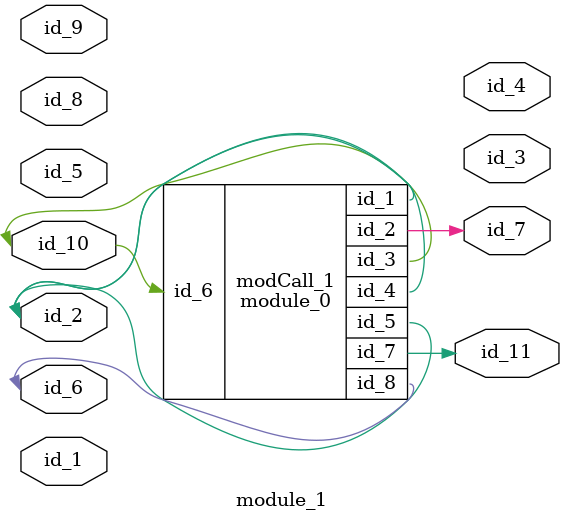
<source format=v>
module module_0 (
    id_1,
    id_2,
    id_3,
    id_4,
    id_5,
    id_6,
    id_7,
    id_8
);
  inout wire id_8;
  output wire id_7;
  input wire id_6;
  inout wire id_5;
  inout wire id_4;
  inout wire id_3;
  output wire id_2;
  output wire id_1;
  wire id_9;
  assign id_3 = -1;
  assign id_3 = 1;
endmodule
module module_1 (
    id_1,
    id_2,
    id_3,
    id_4,
    id_5,
    id_6,
    id_7,
    id_8,
    id_9,
    id_10,
    id_11
);
  output wire id_11;
  inout wire id_10;
  input wire id_9;
  input wire id_8;
  output wire id_7;
  inout wire id_6;
  input wire id_5;
  output wire id_4;
  output wire id_3;
  inout wire id_2;
  inout wire id_1;
  module_0 modCall_1 (
      id_2,
      id_7,
      id_10,
      id_2,
      id_2,
      id_10,
      id_11,
      id_6
  );
endmodule

</source>
